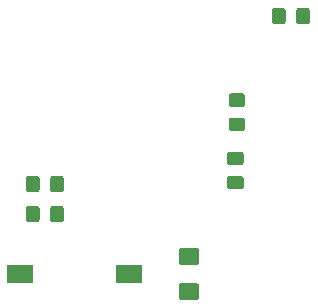
<source format=gtp>
G04 #@! TF.GenerationSoftware,KiCad,Pcbnew,5.1.5*
G04 #@! TF.CreationDate,2020-01-23T15:17:14+01:00*
G04 #@! TF.ProjectId,HM-LC-Dim1PWM-Linear,484d2d4c-432d-4446-996d-3150574d2d4c,rev?*
G04 #@! TF.SameCoordinates,Original*
G04 #@! TF.FileFunction,Paste,Top*
G04 #@! TF.FilePolarity,Positive*
%FSLAX46Y46*%
G04 Gerber Fmt 4.6, Leading zero omitted, Abs format (unit mm)*
G04 Created by KiCad (PCBNEW 5.1.5) date 2020-01-23 15:17:14*
%MOMM*%
%LPD*%
G04 APERTURE LIST*
%ADD10C,0.100000*%
%ADD11R,2.180000X1.600000*%
G04 APERTURE END LIST*
D10*
G36*
X154271505Y-128340204D02*
G01*
X154295773Y-128343804D01*
X154319572Y-128349765D01*
X154342671Y-128358030D01*
X154364850Y-128368520D01*
X154385893Y-128381132D01*
X154405599Y-128395747D01*
X154423777Y-128412223D01*
X154440253Y-128430401D01*
X154454868Y-128450107D01*
X154467480Y-128471150D01*
X154477970Y-128493329D01*
X154486235Y-128516428D01*
X154492196Y-128540227D01*
X154495796Y-128564495D01*
X154497000Y-128588999D01*
X154497000Y-129239001D01*
X154495796Y-129263505D01*
X154492196Y-129287773D01*
X154486235Y-129311572D01*
X154477970Y-129334671D01*
X154467480Y-129356850D01*
X154454868Y-129377893D01*
X154440253Y-129397599D01*
X154423777Y-129415777D01*
X154405599Y-129432253D01*
X154385893Y-129446868D01*
X154364850Y-129459480D01*
X154342671Y-129469970D01*
X154319572Y-129478235D01*
X154295773Y-129484196D01*
X154271505Y-129487796D01*
X154247001Y-129489000D01*
X153346999Y-129489000D01*
X153322495Y-129487796D01*
X153298227Y-129484196D01*
X153274428Y-129478235D01*
X153251329Y-129469970D01*
X153229150Y-129459480D01*
X153208107Y-129446868D01*
X153188401Y-129432253D01*
X153170223Y-129415777D01*
X153153747Y-129397599D01*
X153139132Y-129377893D01*
X153126520Y-129356850D01*
X153116030Y-129334671D01*
X153107765Y-129311572D01*
X153101804Y-129287773D01*
X153098204Y-129263505D01*
X153097000Y-129239001D01*
X153097000Y-128588999D01*
X153098204Y-128564495D01*
X153101804Y-128540227D01*
X153107765Y-128516428D01*
X153116030Y-128493329D01*
X153126520Y-128471150D01*
X153139132Y-128450107D01*
X153153747Y-128430401D01*
X153170223Y-128412223D01*
X153188401Y-128395747D01*
X153208107Y-128381132D01*
X153229150Y-128368520D01*
X153251329Y-128358030D01*
X153274428Y-128349765D01*
X153298227Y-128343804D01*
X153322495Y-128340204D01*
X153346999Y-128339000D01*
X154247001Y-128339000D01*
X154271505Y-128340204D01*
G37*
G36*
X154271505Y-126290204D02*
G01*
X154295773Y-126293804D01*
X154319572Y-126299765D01*
X154342671Y-126308030D01*
X154364850Y-126318520D01*
X154385893Y-126331132D01*
X154405599Y-126345747D01*
X154423777Y-126362223D01*
X154440253Y-126380401D01*
X154454868Y-126400107D01*
X154467480Y-126421150D01*
X154477970Y-126443329D01*
X154486235Y-126466428D01*
X154492196Y-126490227D01*
X154495796Y-126514495D01*
X154497000Y-126538999D01*
X154497000Y-127189001D01*
X154495796Y-127213505D01*
X154492196Y-127237773D01*
X154486235Y-127261572D01*
X154477970Y-127284671D01*
X154467480Y-127306850D01*
X154454868Y-127327893D01*
X154440253Y-127347599D01*
X154423777Y-127365777D01*
X154405599Y-127382253D01*
X154385893Y-127396868D01*
X154364850Y-127409480D01*
X154342671Y-127419970D01*
X154319572Y-127428235D01*
X154295773Y-127434196D01*
X154271505Y-127437796D01*
X154247001Y-127439000D01*
X153346999Y-127439000D01*
X153322495Y-127437796D01*
X153298227Y-127434196D01*
X153274428Y-127428235D01*
X153251329Y-127419970D01*
X153229150Y-127409480D01*
X153208107Y-127396868D01*
X153188401Y-127382253D01*
X153170223Y-127365777D01*
X153153747Y-127347599D01*
X153139132Y-127327893D01*
X153126520Y-127306850D01*
X153116030Y-127284671D01*
X153107765Y-127261572D01*
X153101804Y-127237773D01*
X153098204Y-127213505D01*
X153097000Y-127189001D01*
X153097000Y-126538999D01*
X153098204Y-126514495D01*
X153101804Y-126490227D01*
X153107765Y-126466428D01*
X153116030Y-126443329D01*
X153126520Y-126421150D01*
X153139132Y-126400107D01*
X153153747Y-126380401D01*
X153170223Y-126362223D01*
X153188401Y-126345747D01*
X153208107Y-126331132D01*
X153229150Y-126318520D01*
X153251329Y-126308030D01*
X153274428Y-126299765D01*
X153298227Y-126293804D01*
X153322495Y-126290204D01*
X153346999Y-126289000D01*
X154247001Y-126289000D01*
X154271505Y-126290204D01*
G37*
G36*
X157820505Y-114109204D02*
G01*
X157844773Y-114112804D01*
X157868572Y-114118765D01*
X157891671Y-114127030D01*
X157913850Y-114137520D01*
X157934893Y-114150132D01*
X157954599Y-114164747D01*
X157972777Y-114181223D01*
X157989253Y-114199401D01*
X158003868Y-114219107D01*
X158016480Y-114240150D01*
X158026970Y-114262329D01*
X158035235Y-114285428D01*
X158041196Y-114309227D01*
X158044796Y-114333495D01*
X158046000Y-114357999D01*
X158046000Y-115258001D01*
X158044796Y-115282505D01*
X158041196Y-115306773D01*
X158035235Y-115330572D01*
X158026970Y-115353671D01*
X158016480Y-115375850D01*
X158003868Y-115396893D01*
X157989253Y-115416599D01*
X157972777Y-115434777D01*
X157954599Y-115451253D01*
X157934893Y-115465868D01*
X157913850Y-115478480D01*
X157891671Y-115488970D01*
X157868572Y-115497235D01*
X157844773Y-115503196D01*
X157820505Y-115506796D01*
X157796001Y-115508000D01*
X157145999Y-115508000D01*
X157121495Y-115506796D01*
X157097227Y-115503196D01*
X157073428Y-115497235D01*
X157050329Y-115488970D01*
X157028150Y-115478480D01*
X157007107Y-115465868D01*
X156987401Y-115451253D01*
X156969223Y-115434777D01*
X156952747Y-115416599D01*
X156938132Y-115396893D01*
X156925520Y-115375850D01*
X156915030Y-115353671D01*
X156906765Y-115330572D01*
X156900804Y-115306773D01*
X156897204Y-115282505D01*
X156896000Y-115258001D01*
X156896000Y-114357999D01*
X156897204Y-114333495D01*
X156900804Y-114309227D01*
X156906765Y-114285428D01*
X156915030Y-114262329D01*
X156925520Y-114240150D01*
X156938132Y-114219107D01*
X156952747Y-114199401D01*
X156969223Y-114181223D01*
X156987401Y-114164747D01*
X157007107Y-114150132D01*
X157028150Y-114137520D01*
X157050329Y-114127030D01*
X157073428Y-114118765D01*
X157097227Y-114112804D01*
X157121495Y-114109204D01*
X157145999Y-114108000D01*
X157796001Y-114108000D01*
X157820505Y-114109204D01*
G37*
G36*
X159870505Y-114109204D02*
G01*
X159894773Y-114112804D01*
X159918572Y-114118765D01*
X159941671Y-114127030D01*
X159963850Y-114137520D01*
X159984893Y-114150132D01*
X160004599Y-114164747D01*
X160022777Y-114181223D01*
X160039253Y-114199401D01*
X160053868Y-114219107D01*
X160066480Y-114240150D01*
X160076970Y-114262329D01*
X160085235Y-114285428D01*
X160091196Y-114309227D01*
X160094796Y-114333495D01*
X160096000Y-114357999D01*
X160096000Y-115258001D01*
X160094796Y-115282505D01*
X160091196Y-115306773D01*
X160085235Y-115330572D01*
X160076970Y-115353671D01*
X160066480Y-115375850D01*
X160053868Y-115396893D01*
X160039253Y-115416599D01*
X160022777Y-115434777D01*
X160004599Y-115451253D01*
X159984893Y-115465868D01*
X159963850Y-115478480D01*
X159941671Y-115488970D01*
X159918572Y-115497235D01*
X159894773Y-115503196D01*
X159870505Y-115506796D01*
X159846001Y-115508000D01*
X159195999Y-115508000D01*
X159171495Y-115506796D01*
X159147227Y-115503196D01*
X159123428Y-115497235D01*
X159100329Y-115488970D01*
X159078150Y-115478480D01*
X159057107Y-115465868D01*
X159037401Y-115451253D01*
X159019223Y-115434777D01*
X159002747Y-115416599D01*
X158988132Y-115396893D01*
X158975520Y-115375850D01*
X158965030Y-115353671D01*
X158956765Y-115330572D01*
X158950804Y-115306773D01*
X158947204Y-115282505D01*
X158946000Y-115258001D01*
X158946000Y-114357999D01*
X158947204Y-114333495D01*
X158950804Y-114309227D01*
X158956765Y-114285428D01*
X158965030Y-114262329D01*
X158975520Y-114240150D01*
X158988132Y-114219107D01*
X159002747Y-114199401D01*
X159019223Y-114181223D01*
X159037401Y-114164747D01*
X159057107Y-114150132D01*
X159078150Y-114137520D01*
X159100329Y-114127030D01*
X159123428Y-114118765D01*
X159147227Y-114112804D01*
X159171495Y-114109204D01*
X159195999Y-114108000D01*
X159846001Y-114108000D01*
X159870505Y-114109204D01*
G37*
G36*
X150509504Y-137428204D02*
G01*
X150533773Y-137431804D01*
X150557571Y-137437765D01*
X150580671Y-137446030D01*
X150602849Y-137456520D01*
X150623893Y-137469133D01*
X150643598Y-137483747D01*
X150661777Y-137500223D01*
X150678253Y-137518402D01*
X150692867Y-137538107D01*
X150705480Y-137559151D01*
X150715970Y-137581329D01*
X150724235Y-137604429D01*
X150730196Y-137628227D01*
X150733796Y-137652496D01*
X150735000Y-137677000D01*
X150735000Y-138602000D01*
X150733796Y-138626504D01*
X150730196Y-138650773D01*
X150724235Y-138674571D01*
X150715970Y-138697671D01*
X150705480Y-138719849D01*
X150692867Y-138740893D01*
X150678253Y-138760598D01*
X150661777Y-138778777D01*
X150643598Y-138795253D01*
X150623893Y-138809867D01*
X150602849Y-138822480D01*
X150580671Y-138832970D01*
X150557571Y-138841235D01*
X150533773Y-138847196D01*
X150509504Y-138850796D01*
X150485000Y-138852000D01*
X149235000Y-138852000D01*
X149210496Y-138850796D01*
X149186227Y-138847196D01*
X149162429Y-138841235D01*
X149139329Y-138832970D01*
X149117151Y-138822480D01*
X149096107Y-138809867D01*
X149076402Y-138795253D01*
X149058223Y-138778777D01*
X149041747Y-138760598D01*
X149027133Y-138740893D01*
X149014520Y-138719849D01*
X149004030Y-138697671D01*
X148995765Y-138674571D01*
X148989804Y-138650773D01*
X148986204Y-138626504D01*
X148985000Y-138602000D01*
X148985000Y-137677000D01*
X148986204Y-137652496D01*
X148989804Y-137628227D01*
X148995765Y-137604429D01*
X149004030Y-137581329D01*
X149014520Y-137559151D01*
X149027133Y-137538107D01*
X149041747Y-137518402D01*
X149058223Y-137500223D01*
X149076402Y-137483747D01*
X149096107Y-137469133D01*
X149117151Y-137456520D01*
X149139329Y-137446030D01*
X149162429Y-137437765D01*
X149186227Y-137431804D01*
X149210496Y-137428204D01*
X149235000Y-137427000D01*
X150485000Y-137427000D01*
X150509504Y-137428204D01*
G37*
G36*
X150509504Y-134453204D02*
G01*
X150533773Y-134456804D01*
X150557571Y-134462765D01*
X150580671Y-134471030D01*
X150602849Y-134481520D01*
X150623893Y-134494133D01*
X150643598Y-134508747D01*
X150661777Y-134525223D01*
X150678253Y-134543402D01*
X150692867Y-134563107D01*
X150705480Y-134584151D01*
X150715970Y-134606329D01*
X150724235Y-134629429D01*
X150730196Y-134653227D01*
X150733796Y-134677496D01*
X150735000Y-134702000D01*
X150735000Y-135627000D01*
X150733796Y-135651504D01*
X150730196Y-135675773D01*
X150724235Y-135699571D01*
X150715970Y-135722671D01*
X150705480Y-135744849D01*
X150692867Y-135765893D01*
X150678253Y-135785598D01*
X150661777Y-135803777D01*
X150643598Y-135820253D01*
X150623893Y-135834867D01*
X150602849Y-135847480D01*
X150580671Y-135857970D01*
X150557571Y-135866235D01*
X150533773Y-135872196D01*
X150509504Y-135875796D01*
X150485000Y-135877000D01*
X149235000Y-135877000D01*
X149210496Y-135875796D01*
X149186227Y-135872196D01*
X149162429Y-135866235D01*
X149139329Y-135857970D01*
X149117151Y-135847480D01*
X149096107Y-135834867D01*
X149076402Y-135820253D01*
X149058223Y-135803777D01*
X149041747Y-135785598D01*
X149027133Y-135765893D01*
X149014520Y-135744849D01*
X149004030Y-135722671D01*
X148995765Y-135699571D01*
X148989804Y-135675773D01*
X148986204Y-135651504D01*
X148985000Y-135627000D01*
X148985000Y-134702000D01*
X148986204Y-134677496D01*
X148989804Y-134653227D01*
X148995765Y-134629429D01*
X149004030Y-134606329D01*
X149014520Y-134584151D01*
X149027133Y-134563107D01*
X149041747Y-134543402D01*
X149058223Y-134525223D01*
X149076402Y-134508747D01*
X149096107Y-134494133D01*
X149117151Y-134481520D01*
X149139329Y-134471030D01*
X149162429Y-134462765D01*
X149186227Y-134456804D01*
X149210496Y-134453204D01*
X149235000Y-134452000D01*
X150485000Y-134452000D01*
X150509504Y-134453204D01*
G37*
G36*
X136992505Y-130873204D02*
G01*
X137016773Y-130876804D01*
X137040572Y-130882765D01*
X137063671Y-130891030D01*
X137085850Y-130901520D01*
X137106893Y-130914132D01*
X137126599Y-130928747D01*
X137144777Y-130945223D01*
X137161253Y-130963401D01*
X137175868Y-130983107D01*
X137188480Y-131004150D01*
X137198970Y-131026329D01*
X137207235Y-131049428D01*
X137213196Y-131073227D01*
X137216796Y-131097495D01*
X137218000Y-131121999D01*
X137218000Y-132022001D01*
X137216796Y-132046505D01*
X137213196Y-132070773D01*
X137207235Y-132094572D01*
X137198970Y-132117671D01*
X137188480Y-132139850D01*
X137175868Y-132160893D01*
X137161253Y-132180599D01*
X137144777Y-132198777D01*
X137126599Y-132215253D01*
X137106893Y-132229868D01*
X137085850Y-132242480D01*
X137063671Y-132252970D01*
X137040572Y-132261235D01*
X137016773Y-132267196D01*
X136992505Y-132270796D01*
X136968001Y-132272000D01*
X136317999Y-132272000D01*
X136293495Y-132270796D01*
X136269227Y-132267196D01*
X136245428Y-132261235D01*
X136222329Y-132252970D01*
X136200150Y-132242480D01*
X136179107Y-132229868D01*
X136159401Y-132215253D01*
X136141223Y-132198777D01*
X136124747Y-132180599D01*
X136110132Y-132160893D01*
X136097520Y-132139850D01*
X136087030Y-132117671D01*
X136078765Y-132094572D01*
X136072804Y-132070773D01*
X136069204Y-132046505D01*
X136068000Y-132022001D01*
X136068000Y-131121999D01*
X136069204Y-131097495D01*
X136072804Y-131073227D01*
X136078765Y-131049428D01*
X136087030Y-131026329D01*
X136097520Y-131004150D01*
X136110132Y-130983107D01*
X136124747Y-130963401D01*
X136141223Y-130945223D01*
X136159401Y-130928747D01*
X136179107Y-130914132D01*
X136200150Y-130901520D01*
X136222329Y-130891030D01*
X136245428Y-130882765D01*
X136269227Y-130876804D01*
X136293495Y-130873204D01*
X136317999Y-130872000D01*
X136968001Y-130872000D01*
X136992505Y-130873204D01*
G37*
G36*
X139042505Y-130873204D02*
G01*
X139066773Y-130876804D01*
X139090572Y-130882765D01*
X139113671Y-130891030D01*
X139135850Y-130901520D01*
X139156893Y-130914132D01*
X139176599Y-130928747D01*
X139194777Y-130945223D01*
X139211253Y-130963401D01*
X139225868Y-130983107D01*
X139238480Y-131004150D01*
X139248970Y-131026329D01*
X139257235Y-131049428D01*
X139263196Y-131073227D01*
X139266796Y-131097495D01*
X139268000Y-131121999D01*
X139268000Y-132022001D01*
X139266796Y-132046505D01*
X139263196Y-132070773D01*
X139257235Y-132094572D01*
X139248970Y-132117671D01*
X139238480Y-132139850D01*
X139225868Y-132160893D01*
X139211253Y-132180599D01*
X139194777Y-132198777D01*
X139176599Y-132215253D01*
X139156893Y-132229868D01*
X139135850Y-132242480D01*
X139113671Y-132252970D01*
X139090572Y-132261235D01*
X139066773Y-132267196D01*
X139042505Y-132270796D01*
X139018001Y-132272000D01*
X138367999Y-132272000D01*
X138343495Y-132270796D01*
X138319227Y-132267196D01*
X138295428Y-132261235D01*
X138272329Y-132252970D01*
X138250150Y-132242480D01*
X138229107Y-132229868D01*
X138209401Y-132215253D01*
X138191223Y-132198777D01*
X138174747Y-132180599D01*
X138160132Y-132160893D01*
X138147520Y-132139850D01*
X138137030Y-132117671D01*
X138128765Y-132094572D01*
X138122804Y-132070773D01*
X138119204Y-132046505D01*
X138118000Y-132022001D01*
X138118000Y-131121999D01*
X138119204Y-131097495D01*
X138122804Y-131073227D01*
X138128765Y-131049428D01*
X138137030Y-131026329D01*
X138147520Y-131004150D01*
X138160132Y-130983107D01*
X138174747Y-130963401D01*
X138191223Y-130945223D01*
X138209401Y-130928747D01*
X138229107Y-130914132D01*
X138250150Y-130901520D01*
X138272329Y-130891030D01*
X138295428Y-130882765D01*
X138319227Y-130876804D01*
X138343495Y-130873204D01*
X138367999Y-130872000D01*
X139018001Y-130872000D01*
X139042505Y-130873204D01*
G37*
G36*
X136992505Y-128333204D02*
G01*
X137016773Y-128336804D01*
X137040572Y-128342765D01*
X137063671Y-128351030D01*
X137085850Y-128361520D01*
X137106893Y-128374132D01*
X137126599Y-128388747D01*
X137144777Y-128405223D01*
X137161253Y-128423401D01*
X137175868Y-128443107D01*
X137188480Y-128464150D01*
X137198970Y-128486329D01*
X137207235Y-128509428D01*
X137213196Y-128533227D01*
X137216796Y-128557495D01*
X137218000Y-128581999D01*
X137218000Y-129482001D01*
X137216796Y-129506505D01*
X137213196Y-129530773D01*
X137207235Y-129554572D01*
X137198970Y-129577671D01*
X137188480Y-129599850D01*
X137175868Y-129620893D01*
X137161253Y-129640599D01*
X137144777Y-129658777D01*
X137126599Y-129675253D01*
X137106893Y-129689868D01*
X137085850Y-129702480D01*
X137063671Y-129712970D01*
X137040572Y-129721235D01*
X137016773Y-129727196D01*
X136992505Y-129730796D01*
X136968001Y-129732000D01*
X136317999Y-129732000D01*
X136293495Y-129730796D01*
X136269227Y-129727196D01*
X136245428Y-129721235D01*
X136222329Y-129712970D01*
X136200150Y-129702480D01*
X136179107Y-129689868D01*
X136159401Y-129675253D01*
X136141223Y-129658777D01*
X136124747Y-129640599D01*
X136110132Y-129620893D01*
X136097520Y-129599850D01*
X136087030Y-129577671D01*
X136078765Y-129554572D01*
X136072804Y-129530773D01*
X136069204Y-129506505D01*
X136068000Y-129482001D01*
X136068000Y-128581999D01*
X136069204Y-128557495D01*
X136072804Y-128533227D01*
X136078765Y-128509428D01*
X136087030Y-128486329D01*
X136097520Y-128464150D01*
X136110132Y-128443107D01*
X136124747Y-128423401D01*
X136141223Y-128405223D01*
X136159401Y-128388747D01*
X136179107Y-128374132D01*
X136200150Y-128361520D01*
X136222329Y-128351030D01*
X136245428Y-128342765D01*
X136269227Y-128336804D01*
X136293495Y-128333204D01*
X136317999Y-128332000D01*
X136968001Y-128332000D01*
X136992505Y-128333204D01*
G37*
G36*
X139042505Y-128333204D02*
G01*
X139066773Y-128336804D01*
X139090572Y-128342765D01*
X139113671Y-128351030D01*
X139135850Y-128361520D01*
X139156893Y-128374132D01*
X139176599Y-128388747D01*
X139194777Y-128405223D01*
X139211253Y-128423401D01*
X139225868Y-128443107D01*
X139238480Y-128464150D01*
X139248970Y-128486329D01*
X139257235Y-128509428D01*
X139263196Y-128533227D01*
X139266796Y-128557495D01*
X139268000Y-128581999D01*
X139268000Y-129482001D01*
X139266796Y-129506505D01*
X139263196Y-129530773D01*
X139257235Y-129554572D01*
X139248970Y-129577671D01*
X139238480Y-129599850D01*
X139225868Y-129620893D01*
X139211253Y-129640599D01*
X139194777Y-129658777D01*
X139176599Y-129675253D01*
X139156893Y-129689868D01*
X139135850Y-129702480D01*
X139113671Y-129712970D01*
X139090572Y-129721235D01*
X139066773Y-129727196D01*
X139042505Y-129730796D01*
X139018001Y-129732000D01*
X138367999Y-129732000D01*
X138343495Y-129730796D01*
X138319227Y-129727196D01*
X138295428Y-129721235D01*
X138272329Y-129712970D01*
X138250150Y-129702480D01*
X138229107Y-129689868D01*
X138209401Y-129675253D01*
X138191223Y-129658777D01*
X138174747Y-129640599D01*
X138160132Y-129620893D01*
X138147520Y-129599850D01*
X138137030Y-129577671D01*
X138128765Y-129554572D01*
X138122804Y-129530773D01*
X138119204Y-129506505D01*
X138118000Y-129482001D01*
X138118000Y-128581999D01*
X138119204Y-128557495D01*
X138122804Y-128533227D01*
X138128765Y-128509428D01*
X138137030Y-128486329D01*
X138147520Y-128464150D01*
X138160132Y-128443107D01*
X138174747Y-128423401D01*
X138191223Y-128405223D01*
X138209401Y-128388747D01*
X138229107Y-128374132D01*
X138250150Y-128361520D01*
X138272329Y-128351030D01*
X138295428Y-128342765D01*
X138319227Y-128336804D01*
X138343495Y-128333204D01*
X138367999Y-128332000D01*
X139018001Y-128332000D01*
X139042505Y-128333204D01*
G37*
D11*
X144780000Y-136652000D03*
X135600000Y-136652000D03*
D10*
G36*
X154398505Y-121346204D02*
G01*
X154422773Y-121349804D01*
X154446572Y-121355765D01*
X154469671Y-121364030D01*
X154491850Y-121374520D01*
X154512893Y-121387132D01*
X154532599Y-121401747D01*
X154550777Y-121418223D01*
X154567253Y-121436401D01*
X154581868Y-121456107D01*
X154594480Y-121477150D01*
X154604970Y-121499329D01*
X154613235Y-121522428D01*
X154619196Y-121546227D01*
X154622796Y-121570495D01*
X154624000Y-121594999D01*
X154624000Y-122245001D01*
X154622796Y-122269505D01*
X154619196Y-122293773D01*
X154613235Y-122317572D01*
X154604970Y-122340671D01*
X154594480Y-122362850D01*
X154581868Y-122383893D01*
X154567253Y-122403599D01*
X154550777Y-122421777D01*
X154532599Y-122438253D01*
X154512893Y-122452868D01*
X154491850Y-122465480D01*
X154469671Y-122475970D01*
X154446572Y-122484235D01*
X154422773Y-122490196D01*
X154398505Y-122493796D01*
X154374001Y-122495000D01*
X153473999Y-122495000D01*
X153449495Y-122493796D01*
X153425227Y-122490196D01*
X153401428Y-122484235D01*
X153378329Y-122475970D01*
X153356150Y-122465480D01*
X153335107Y-122452868D01*
X153315401Y-122438253D01*
X153297223Y-122421777D01*
X153280747Y-122403599D01*
X153266132Y-122383893D01*
X153253520Y-122362850D01*
X153243030Y-122340671D01*
X153234765Y-122317572D01*
X153228804Y-122293773D01*
X153225204Y-122269505D01*
X153224000Y-122245001D01*
X153224000Y-121594999D01*
X153225204Y-121570495D01*
X153228804Y-121546227D01*
X153234765Y-121522428D01*
X153243030Y-121499329D01*
X153253520Y-121477150D01*
X153266132Y-121456107D01*
X153280747Y-121436401D01*
X153297223Y-121418223D01*
X153315401Y-121401747D01*
X153335107Y-121387132D01*
X153356150Y-121374520D01*
X153378329Y-121364030D01*
X153401428Y-121355765D01*
X153425227Y-121349804D01*
X153449495Y-121346204D01*
X153473999Y-121345000D01*
X154374001Y-121345000D01*
X154398505Y-121346204D01*
G37*
G36*
X154398505Y-123396204D02*
G01*
X154422773Y-123399804D01*
X154446572Y-123405765D01*
X154469671Y-123414030D01*
X154491850Y-123424520D01*
X154512893Y-123437132D01*
X154532599Y-123451747D01*
X154550777Y-123468223D01*
X154567253Y-123486401D01*
X154581868Y-123506107D01*
X154594480Y-123527150D01*
X154604970Y-123549329D01*
X154613235Y-123572428D01*
X154619196Y-123596227D01*
X154622796Y-123620495D01*
X154624000Y-123644999D01*
X154624000Y-124295001D01*
X154622796Y-124319505D01*
X154619196Y-124343773D01*
X154613235Y-124367572D01*
X154604970Y-124390671D01*
X154594480Y-124412850D01*
X154581868Y-124433893D01*
X154567253Y-124453599D01*
X154550777Y-124471777D01*
X154532599Y-124488253D01*
X154512893Y-124502868D01*
X154491850Y-124515480D01*
X154469671Y-124525970D01*
X154446572Y-124534235D01*
X154422773Y-124540196D01*
X154398505Y-124543796D01*
X154374001Y-124545000D01*
X153473999Y-124545000D01*
X153449495Y-124543796D01*
X153425227Y-124540196D01*
X153401428Y-124534235D01*
X153378329Y-124525970D01*
X153356150Y-124515480D01*
X153335107Y-124502868D01*
X153315401Y-124488253D01*
X153297223Y-124471777D01*
X153280747Y-124453599D01*
X153266132Y-124433893D01*
X153253520Y-124412850D01*
X153243030Y-124390671D01*
X153234765Y-124367572D01*
X153228804Y-124343773D01*
X153225204Y-124319505D01*
X153224000Y-124295001D01*
X153224000Y-123644999D01*
X153225204Y-123620495D01*
X153228804Y-123596227D01*
X153234765Y-123572428D01*
X153243030Y-123549329D01*
X153253520Y-123527150D01*
X153266132Y-123506107D01*
X153280747Y-123486401D01*
X153297223Y-123468223D01*
X153315401Y-123451747D01*
X153335107Y-123437132D01*
X153356150Y-123424520D01*
X153378329Y-123414030D01*
X153401428Y-123405765D01*
X153425227Y-123399804D01*
X153449495Y-123396204D01*
X153473999Y-123395000D01*
X154374001Y-123395000D01*
X154398505Y-123396204D01*
G37*
M02*

</source>
